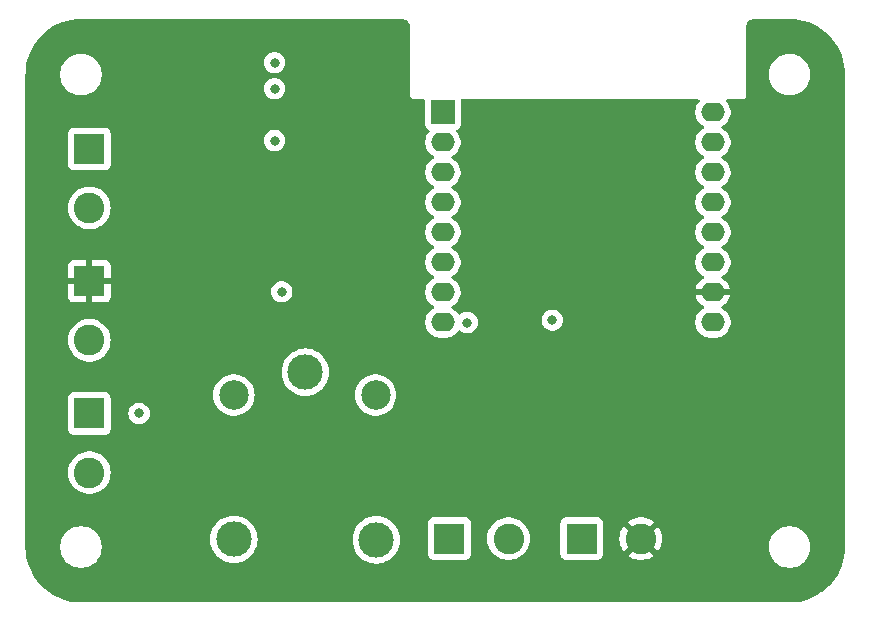
<source format=gbr>
%TF.GenerationSoftware,KiCad,Pcbnew,8.0.4-8.0.4-0~ubuntu22.04.1*%
%TF.CreationDate,2024-08-18T10:29:15-05:00*%
%TF.ProjectId,Doorbell with External ESP8266,446f6f72-6265-46c6-9c20-776974682045,v1.1*%
%TF.SameCoordinates,Original*%
%TF.FileFunction,Copper,L2,Inr*%
%TF.FilePolarity,Positive*%
%FSLAX46Y46*%
G04 Gerber Fmt 4.6, Leading zero omitted, Abs format (unit mm)*
G04 Created by KiCad (PCBNEW 8.0.4-8.0.4-0~ubuntu22.04.1) date 2024-08-18 10:29:15*
%MOMM*%
%LPD*%
G01*
G04 APERTURE LIST*
%TA.AperFunction,ComponentPad*%
%ADD10R,2.600000X2.600000*%
%TD*%
%TA.AperFunction,ComponentPad*%
%ADD11C,2.600000*%
%TD*%
%TA.AperFunction,ComponentPad*%
%ADD12R,2.000000X2.000000*%
%TD*%
%TA.AperFunction,ComponentPad*%
%ADD13O,2.000000X1.600000*%
%TD*%
%TA.AperFunction,ComponentPad*%
%ADD14C,3.000000*%
%TD*%
%TA.AperFunction,ComponentPad*%
%ADD15C,2.500000*%
%TD*%
%TA.AperFunction,ViaPad*%
%ADD16C,0.800000*%
%TD*%
G04 APERTURE END LIST*
D10*
%TO.N,GND*%
%TO.C,J102*%
X25705000Y-42500000D03*
D11*
%TO.N,Net-(J102-Pin_2)*%
X25705000Y-47500000D03*
%TD*%
D10*
%TO.N,Net-(J105-Pin_1)*%
%TO.C,J105*%
X67400000Y-64300000D03*
D11*
%TO.N,GND*%
X72400000Y-64300000D03*
%TD*%
D10*
%TO.N,Net-(J104-Pin_1)*%
%TO.C,J104*%
X56200000Y-64300000D03*
D11*
%TO.N,/AC_B*%
X61200000Y-64300000D03*
%TD*%
D12*
%TO.N,unconnected-(U101-~{RST}-Pad1)*%
%TO.C,U101*%
X55640000Y-28200000D03*
D13*
%TO.N,unconnected-(U101-A0-Pad2)*%
X55640000Y-30740000D03*
%TO.N,unconnected-(U101-D0-Pad3)*%
X55640000Y-33280000D03*
%TO.N,/HA_STATUS*%
X55640000Y-35820000D03*
%TO.N,/CHIME*%
X55640000Y-38360000D03*
%TO.N,unconnected-(U101-MOSI{slash}D7-Pad6)*%
X55640000Y-40900000D03*
%TO.N,unconnected-(U101-CS{slash}D8-Pad7)*%
X55640000Y-43440000D03*
%TO.N,+3V3*%
X55640000Y-45980000D03*
%TO.N,VCC*%
X78500000Y-45980000D03*
%TO.N,GND*%
X78500000Y-43440000D03*
%TO.N,unconnected-(U101-D4-Pad11)*%
X78500000Y-40900000D03*
%TO.N,unconnected-(U101-D3-Pad12)*%
X78500000Y-38360000D03*
%TO.N,/DB_BUTTON*%
X78500000Y-35820000D03*
%TO.N,unconnected-(U101-SCL{slash}D1-Pad14)*%
X78500000Y-33280000D03*
%TO.N,unconnected-(U101-RX-Pad15)*%
X78500000Y-30740000D03*
%TO.N,/ESP_TX*%
X78500000Y-28200000D03*
%TD*%
D10*
%TO.N,/AC_A*%
%TO.C,J103*%
X25705000Y-53700000D03*
D11*
%TO.N,/AC_B*%
X25705000Y-58700000D03*
%TD*%
D10*
%TO.N,/AC_A*%
%TO.C,J101*%
X25705000Y-31300000D03*
D11*
%TO.N,/AC_B*%
X25705000Y-36300000D03*
%TD*%
D14*
%TO.N,/AC_A*%
%TO.C,K101*%
X44000000Y-50200000D03*
D15*
%TO.N,VCC*%
X37950000Y-52150000D03*
D14*
%TO.N,Net-(J104-Pin_1)*%
X37950000Y-64350000D03*
%TO.N,unconnected-(K101-Pad4)*%
X50000000Y-64400000D03*
D15*
%TO.N,/RELAY_LED*%
X49950000Y-52150000D03*
%TD*%
D16*
%TO.N,VCC*%
X42000000Y-43400000D03*
X64900000Y-45800000D03*
%TO.N,GND*%
X41400000Y-28400000D03*
X47737500Y-22300000D03*
X76700000Y-43500000D03*
X53000000Y-49750000D03*
X74300000Y-52800000D03*
X50825000Y-43425000D03*
%TO.N,+3V3*%
X41400000Y-30600000D03*
X57700000Y-46000000D03*
X41400000Y-24000000D03*
X41400000Y-26200000D03*
%TO.N,/AC_A*%
X29925000Y-53700000D03*
%TD*%
%TA.AperFunction,Conductor*%
%TO.N,GND*%
G36*
X81965995Y-20300500D02*
G01*
X81967545Y-20300500D01*
X84952405Y-20300500D01*
X84997294Y-20300500D01*
X85002702Y-20300617D01*
X85404202Y-20318147D01*
X85414937Y-20319087D01*
X85810693Y-20371189D01*
X85821331Y-20373064D01*
X86211043Y-20459462D01*
X86221483Y-20462260D01*
X86602168Y-20582289D01*
X86612315Y-20585982D01*
X86981102Y-20738739D01*
X86990893Y-20743305D01*
X87344942Y-20927611D01*
X87354309Y-20933018D01*
X87549817Y-21057571D01*
X87690959Y-21147488D01*
X87699820Y-21153693D01*
X88016487Y-21396680D01*
X88024774Y-21403634D01*
X88319056Y-21673294D01*
X88326705Y-21680943D01*
X88596365Y-21975225D01*
X88603319Y-21983512D01*
X88846306Y-22300179D01*
X88852511Y-22309040D01*
X89066980Y-22645689D01*
X89072388Y-22655057D01*
X89256691Y-23009099D01*
X89261263Y-23018903D01*
X89414013Y-23387674D01*
X89417713Y-23397840D01*
X89537738Y-23778512D01*
X89540538Y-23788960D01*
X89626933Y-24178660D01*
X89628811Y-24189314D01*
X89680910Y-24585042D01*
X89681853Y-24595818D01*
X89699382Y-24997297D01*
X89699500Y-25002706D01*
X89699500Y-64997293D01*
X89699382Y-65002702D01*
X89681853Y-65404181D01*
X89680910Y-65414957D01*
X89628811Y-65810685D01*
X89626933Y-65821339D01*
X89540538Y-66211039D01*
X89537738Y-66221487D01*
X89417713Y-66602159D01*
X89414013Y-66612325D01*
X89261263Y-66981096D01*
X89256691Y-66990900D01*
X89072388Y-67344942D01*
X89066980Y-67354310D01*
X88852511Y-67690959D01*
X88846306Y-67699820D01*
X88603319Y-68016487D01*
X88596365Y-68024774D01*
X88326705Y-68319056D01*
X88319056Y-68326705D01*
X88024774Y-68596365D01*
X88016487Y-68603319D01*
X87699820Y-68846306D01*
X87690959Y-68852511D01*
X87354310Y-69066980D01*
X87344942Y-69072388D01*
X86990900Y-69256691D01*
X86981096Y-69261263D01*
X86612325Y-69414013D01*
X86602159Y-69417713D01*
X86221487Y-69537738D01*
X86211039Y-69540538D01*
X85821339Y-69626933D01*
X85810685Y-69628811D01*
X85414957Y-69680910D01*
X85404181Y-69681853D01*
X85002703Y-69699382D01*
X84997294Y-69699500D01*
X25002706Y-69699500D01*
X24997297Y-69699382D01*
X24595818Y-69681853D01*
X24585042Y-69680910D01*
X24189314Y-69628811D01*
X24178660Y-69626933D01*
X23788960Y-69540538D01*
X23778512Y-69537738D01*
X23397840Y-69417713D01*
X23387674Y-69414013D01*
X23018903Y-69261263D01*
X23009099Y-69256691D01*
X22655057Y-69072388D01*
X22645689Y-69066980D01*
X22309040Y-68852511D01*
X22300179Y-68846306D01*
X21983512Y-68603319D01*
X21975225Y-68596365D01*
X21680943Y-68326705D01*
X21673294Y-68319056D01*
X21403634Y-68024774D01*
X21396680Y-68016487D01*
X21153693Y-67699820D01*
X21147488Y-67690959D01*
X20933019Y-67354310D01*
X20927611Y-67344942D01*
X20743308Y-66990900D01*
X20738736Y-66981096D01*
X20585982Y-66612315D01*
X20582286Y-66602159D01*
X20574335Y-66576942D01*
X20462260Y-66221483D01*
X20459461Y-66211039D01*
X20451331Y-66174367D01*
X20373064Y-65821331D01*
X20371188Y-65810685D01*
X20366841Y-65777664D01*
X20319087Y-65414937D01*
X20318147Y-65404202D01*
X20300618Y-65002702D01*
X20300500Y-64997293D01*
X20300500Y-64885010D01*
X23245500Y-64885010D01*
X23245500Y-65114989D01*
X23245501Y-65115005D01*
X23275518Y-65343009D01*
X23275519Y-65343014D01*
X23275520Y-65343020D01*
X23299983Y-65434317D01*
X23335046Y-65565175D01*
X23335049Y-65565185D01*
X23423057Y-65777654D01*
X23423061Y-65777664D01*
X23538055Y-65976839D01*
X23678064Y-66159303D01*
X23678070Y-66159310D01*
X23840689Y-66321929D01*
X23840696Y-66321935D01*
X24023160Y-66461944D01*
X24222335Y-66576938D01*
X24222336Y-66576938D01*
X24222339Y-66576940D01*
X24434824Y-66664954D01*
X24656980Y-66724480D01*
X24885004Y-66754500D01*
X24885011Y-66754500D01*
X25114989Y-66754500D01*
X25114996Y-66754500D01*
X25343020Y-66724480D01*
X25565176Y-66664954D01*
X25777661Y-66576940D01*
X25976840Y-66461944D01*
X26159305Y-66321934D01*
X26321934Y-66159305D01*
X26461944Y-65976840D01*
X26576940Y-65777661D01*
X26664954Y-65565176D01*
X26724480Y-65343020D01*
X26754500Y-65114996D01*
X26754500Y-64885004D01*
X26724480Y-64656980D01*
X26664954Y-64434824D01*
X26629818Y-64349998D01*
X35944390Y-64349998D01*
X35944390Y-64350001D01*
X35964804Y-64635433D01*
X36025628Y-64915037D01*
X36025630Y-64915043D01*
X36025631Y-64915046D01*
X36088423Y-65083398D01*
X36125635Y-65183166D01*
X36262770Y-65434309D01*
X36262775Y-65434317D01*
X36434254Y-65663387D01*
X36434270Y-65663405D01*
X36636594Y-65865729D01*
X36636612Y-65865745D01*
X36865682Y-66037224D01*
X36865690Y-66037229D01*
X37116833Y-66174364D01*
X37116832Y-66174364D01*
X37116836Y-66174365D01*
X37116839Y-66174367D01*
X37384954Y-66274369D01*
X37384960Y-66274370D01*
X37384962Y-66274371D01*
X37664566Y-66335195D01*
X37664568Y-66335195D01*
X37664572Y-66335196D01*
X37918220Y-66353337D01*
X37949999Y-66355610D01*
X37950000Y-66355610D01*
X37950001Y-66355610D01*
X37978595Y-66353564D01*
X38235428Y-66335196D01*
X38515046Y-66274369D01*
X38783161Y-66174367D01*
X39034315Y-66037226D01*
X39263395Y-65865739D01*
X39465739Y-65663395D01*
X39637226Y-65434315D01*
X39774367Y-65183161D01*
X39874369Y-64915046D01*
X39924319Y-64685428D01*
X39935195Y-64635433D01*
X39935195Y-64635432D01*
X39935196Y-64635428D01*
X39952034Y-64399998D01*
X47994390Y-64399998D01*
X47994390Y-64400001D01*
X48014804Y-64685433D01*
X48075628Y-64965037D01*
X48075630Y-64965043D01*
X48075631Y-64965046D01*
X48119774Y-65083398D01*
X48175635Y-65233166D01*
X48312770Y-65484309D01*
X48312775Y-65484317D01*
X48484254Y-65713387D01*
X48484270Y-65713405D01*
X48686594Y-65915729D01*
X48686612Y-65915745D01*
X48915682Y-66087224D01*
X48915690Y-66087229D01*
X49166833Y-66224364D01*
X49166832Y-66224364D01*
X49166836Y-66224365D01*
X49166839Y-66224367D01*
X49434954Y-66324369D01*
X49434960Y-66324370D01*
X49434962Y-66324371D01*
X49714566Y-66385195D01*
X49714568Y-66385195D01*
X49714572Y-66385196D01*
X49968220Y-66403337D01*
X49999999Y-66405610D01*
X50000000Y-66405610D01*
X50000001Y-66405610D01*
X50028595Y-66403564D01*
X50285428Y-66385196D01*
X50565046Y-66324369D01*
X50833161Y-66224367D01*
X51084315Y-66087226D01*
X51313395Y-65915739D01*
X51515739Y-65713395D01*
X51687226Y-65484315D01*
X51824367Y-65233161D01*
X51924369Y-64965046D01*
X51985196Y-64685428D01*
X52005610Y-64400000D01*
X51985196Y-64114572D01*
X51924369Y-63834954D01*
X51824367Y-63566839D01*
X51808650Y-63538056D01*
X51687229Y-63315690D01*
X51687224Y-63315682D01*
X51515745Y-63086612D01*
X51515729Y-63086594D01*
X51381270Y-62952135D01*
X54399500Y-62952135D01*
X54399500Y-65647870D01*
X54399501Y-65647876D01*
X54405908Y-65707483D01*
X54456202Y-65842328D01*
X54456206Y-65842335D01*
X54542452Y-65957544D01*
X54542455Y-65957547D01*
X54657664Y-66043793D01*
X54657671Y-66043797D01*
X54792517Y-66094091D01*
X54792516Y-66094091D01*
X54799444Y-66094835D01*
X54852127Y-66100500D01*
X57547872Y-66100499D01*
X57607483Y-66094091D01*
X57742331Y-66043796D01*
X57857546Y-65957546D01*
X57943796Y-65842331D01*
X57994091Y-65707483D01*
X58000500Y-65647873D01*
X58000499Y-64299995D01*
X59394451Y-64299995D01*
X59394451Y-64300004D01*
X59414616Y-64569101D01*
X59474664Y-64832188D01*
X59474666Y-64832195D01*
X59520901Y-64950000D01*
X59573257Y-65083398D01*
X59708185Y-65317102D01*
X59786222Y-65414957D01*
X59876442Y-65528089D01*
X60022279Y-65663405D01*
X60074259Y-65711635D01*
X60297226Y-65863651D01*
X60540359Y-65980738D01*
X60798228Y-66060280D01*
X60798229Y-66060280D01*
X60798232Y-66060281D01*
X61065063Y-66100499D01*
X61065068Y-66100499D01*
X61065071Y-66100500D01*
X61065072Y-66100500D01*
X61334928Y-66100500D01*
X61334929Y-66100500D01*
X61334936Y-66100499D01*
X61601767Y-66060281D01*
X61601768Y-66060280D01*
X61601772Y-66060280D01*
X61859641Y-65980738D01*
X62102775Y-65863651D01*
X62325741Y-65711635D01*
X62523561Y-65528085D01*
X62691815Y-65317102D01*
X62826743Y-65083398D01*
X62925334Y-64832195D01*
X62985383Y-64569103D01*
X63005549Y-64300000D01*
X62985383Y-64030897D01*
X62925334Y-63767805D01*
X62826743Y-63516602D01*
X62691815Y-63282898D01*
X62523561Y-63071915D01*
X62523560Y-63071914D01*
X62523557Y-63071910D01*
X62394469Y-62952135D01*
X65599500Y-62952135D01*
X65599500Y-65647870D01*
X65599501Y-65647876D01*
X65605908Y-65707483D01*
X65656202Y-65842328D01*
X65656206Y-65842335D01*
X65742452Y-65957544D01*
X65742455Y-65957547D01*
X65857664Y-66043793D01*
X65857671Y-66043797D01*
X65992517Y-66094091D01*
X65992516Y-66094091D01*
X65999444Y-66094835D01*
X66052127Y-66100500D01*
X68747872Y-66100499D01*
X68807483Y-66094091D01*
X68942331Y-66043796D01*
X69057546Y-65957546D01*
X69143796Y-65842331D01*
X69194091Y-65707483D01*
X69200500Y-65647873D01*
X69200499Y-64299995D01*
X70594953Y-64299995D01*
X70594953Y-64300004D01*
X70615113Y-64569026D01*
X70615113Y-64569028D01*
X70675142Y-64832033D01*
X70675148Y-64832052D01*
X70773709Y-65083181D01*
X70773708Y-65083181D01*
X70908602Y-65316822D01*
X70962294Y-65384151D01*
X70962295Y-65384151D01*
X71798958Y-64547488D01*
X71823978Y-64607890D01*
X71895112Y-64714351D01*
X71985649Y-64804888D01*
X72092110Y-64876022D01*
X72152510Y-64901041D01*
X71314848Y-65738702D01*
X71497483Y-65863220D01*
X71497485Y-65863221D01*
X71740539Y-65980269D01*
X71740537Y-65980269D01*
X71998337Y-66059790D01*
X71998343Y-66059792D01*
X72265101Y-66099999D01*
X72265110Y-66100000D01*
X72534890Y-66100000D01*
X72534898Y-66099999D01*
X72801656Y-66059792D01*
X72801662Y-66059790D01*
X73059461Y-65980269D01*
X73302521Y-65863218D01*
X73485150Y-65738702D01*
X72647488Y-64901041D01*
X72707890Y-64876022D01*
X72814351Y-64804888D01*
X72904888Y-64714351D01*
X72976022Y-64607890D01*
X73001041Y-64547488D01*
X73837703Y-65384151D01*
X73837704Y-65384150D01*
X73891393Y-65316828D01*
X73891400Y-65316817D01*
X74026290Y-65083181D01*
X74104066Y-64885010D01*
X83245500Y-64885010D01*
X83245500Y-65114989D01*
X83245501Y-65115005D01*
X83275518Y-65343009D01*
X83275519Y-65343014D01*
X83275520Y-65343020D01*
X83299983Y-65434317D01*
X83335046Y-65565175D01*
X83335049Y-65565185D01*
X83423057Y-65777654D01*
X83423061Y-65777664D01*
X83538055Y-65976839D01*
X83678064Y-66159303D01*
X83678070Y-66159310D01*
X83840689Y-66321929D01*
X83840696Y-66321935D01*
X84023160Y-66461944D01*
X84222335Y-66576938D01*
X84222336Y-66576938D01*
X84222339Y-66576940D01*
X84434824Y-66664954D01*
X84656980Y-66724480D01*
X84885004Y-66754500D01*
X84885011Y-66754500D01*
X85114989Y-66754500D01*
X85114996Y-66754500D01*
X85343020Y-66724480D01*
X85565176Y-66664954D01*
X85777661Y-66576940D01*
X85976840Y-66461944D01*
X86159305Y-66321934D01*
X86321934Y-66159305D01*
X86461944Y-65976840D01*
X86576940Y-65777661D01*
X86664954Y-65565176D01*
X86724480Y-65343020D01*
X86754500Y-65114996D01*
X86754500Y-64885004D01*
X86724480Y-64656980D01*
X86664954Y-64434824D01*
X86576940Y-64222339D01*
X86461944Y-64023160D01*
X86403080Y-63946447D01*
X86321935Y-63840696D01*
X86321929Y-63840689D01*
X86159310Y-63678070D01*
X86159303Y-63678064D01*
X85976839Y-63538055D01*
X85777664Y-63423061D01*
X85777654Y-63423057D01*
X85565185Y-63335049D01*
X85565178Y-63335047D01*
X85565176Y-63335046D01*
X85343020Y-63275520D01*
X85343014Y-63275519D01*
X85343009Y-63275518D01*
X85115005Y-63245501D01*
X85115002Y-63245500D01*
X85114996Y-63245500D01*
X84885004Y-63245500D01*
X84884998Y-63245500D01*
X84884994Y-63245501D01*
X84656990Y-63275518D01*
X84656983Y-63275519D01*
X84656980Y-63275520D01*
X84507092Y-63315682D01*
X84434824Y-63335046D01*
X84434814Y-63335049D01*
X84222345Y-63423057D01*
X84222335Y-63423061D01*
X84023160Y-63538055D01*
X83840696Y-63678064D01*
X83840689Y-63678070D01*
X83678070Y-63840689D01*
X83678064Y-63840696D01*
X83538055Y-64023160D01*
X83423061Y-64222335D01*
X83423057Y-64222345D01*
X83335049Y-64434814D01*
X83335046Y-64434824D01*
X83281294Y-64635433D01*
X83275521Y-64656977D01*
X83275518Y-64656990D01*
X83245501Y-64884994D01*
X83245500Y-64885010D01*
X74104066Y-64885010D01*
X74124851Y-64832052D01*
X74124857Y-64832033D01*
X74184886Y-64569028D01*
X74184886Y-64569026D01*
X74205047Y-64300004D01*
X74205047Y-64299995D01*
X74184886Y-64030973D01*
X74184886Y-64030971D01*
X74124857Y-63767966D01*
X74124851Y-63767947D01*
X74026290Y-63516818D01*
X74026291Y-63516818D01*
X73891397Y-63283177D01*
X73837704Y-63215847D01*
X73001041Y-64052510D01*
X72976022Y-63992110D01*
X72904888Y-63885649D01*
X72814351Y-63795112D01*
X72707890Y-63723978D01*
X72647488Y-63698958D01*
X73485150Y-62861296D01*
X73302517Y-62736779D01*
X73302516Y-62736778D01*
X73059460Y-62619730D01*
X73059462Y-62619730D01*
X72801662Y-62540209D01*
X72801656Y-62540207D01*
X72534898Y-62500000D01*
X72265101Y-62500000D01*
X71998343Y-62540207D01*
X71998337Y-62540209D01*
X71740538Y-62619730D01*
X71497485Y-62736778D01*
X71497476Y-62736783D01*
X71314848Y-62861296D01*
X72152511Y-63698958D01*
X72092110Y-63723978D01*
X71985649Y-63795112D01*
X71895112Y-63885649D01*
X71823978Y-63992110D01*
X71798958Y-64052511D01*
X70962295Y-63215848D01*
X70908600Y-63283180D01*
X70773709Y-63516818D01*
X70675148Y-63767947D01*
X70675142Y-63767966D01*
X70615113Y-64030971D01*
X70615113Y-64030973D01*
X70594953Y-64299995D01*
X69200499Y-64299995D01*
X69200499Y-62952128D01*
X69194091Y-62892517D01*
X69192542Y-62888365D01*
X69143797Y-62757671D01*
X69143793Y-62757664D01*
X69057547Y-62642455D01*
X69057544Y-62642452D01*
X68942335Y-62556206D01*
X68942328Y-62556202D01*
X68807482Y-62505908D01*
X68807483Y-62505908D01*
X68747883Y-62499501D01*
X68747881Y-62499500D01*
X68747873Y-62499500D01*
X68747864Y-62499500D01*
X66052129Y-62499500D01*
X66052123Y-62499501D01*
X65992516Y-62505908D01*
X65857671Y-62556202D01*
X65857664Y-62556206D01*
X65742455Y-62642452D01*
X65742452Y-62642455D01*
X65656206Y-62757664D01*
X65656202Y-62757671D01*
X65605908Y-62892517D01*
X65599501Y-62952116D01*
X65599501Y-62952123D01*
X65599500Y-62952135D01*
X62394469Y-62952135D01*
X62325741Y-62888365D01*
X62246375Y-62834254D01*
X62102775Y-62736349D01*
X62102769Y-62736346D01*
X62102768Y-62736345D01*
X62102767Y-62736344D01*
X61859643Y-62619263D01*
X61859645Y-62619263D01*
X61601773Y-62539720D01*
X61601767Y-62539718D01*
X61334936Y-62499500D01*
X61334929Y-62499500D01*
X61065071Y-62499500D01*
X61065063Y-62499500D01*
X60798232Y-62539718D01*
X60798226Y-62539720D01*
X60540358Y-62619262D01*
X60297230Y-62736346D01*
X60074258Y-62888365D01*
X59876442Y-63071910D01*
X59708185Y-63282898D01*
X59573258Y-63516599D01*
X59573256Y-63516603D01*
X59474666Y-63767804D01*
X59474664Y-63767811D01*
X59414616Y-64030898D01*
X59394451Y-64299995D01*
X58000499Y-64299995D01*
X58000499Y-62952128D01*
X57994091Y-62892517D01*
X57992542Y-62888365D01*
X57943797Y-62757671D01*
X57943793Y-62757664D01*
X57857547Y-62642455D01*
X57857544Y-62642452D01*
X57742335Y-62556206D01*
X57742328Y-62556202D01*
X57607482Y-62505908D01*
X57607483Y-62505908D01*
X57547883Y-62499501D01*
X57547881Y-62499500D01*
X57547873Y-62499500D01*
X57547864Y-62499500D01*
X54852129Y-62499500D01*
X54852123Y-62499501D01*
X54792516Y-62505908D01*
X54657671Y-62556202D01*
X54657664Y-62556206D01*
X54542455Y-62642452D01*
X54542452Y-62642455D01*
X54456206Y-62757664D01*
X54456202Y-62757671D01*
X54405908Y-62892517D01*
X54399501Y-62952116D01*
X54399501Y-62952123D01*
X54399500Y-62952135D01*
X51381270Y-62952135D01*
X51313405Y-62884270D01*
X51313387Y-62884254D01*
X51084317Y-62712775D01*
X51084309Y-62712770D01*
X50833166Y-62575635D01*
X50833167Y-62575635D01*
X50725915Y-62535632D01*
X50565046Y-62475631D01*
X50565043Y-62475630D01*
X50565037Y-62475628D01*
X50285433Y-62414804D01*
X50000001Y-62394390D01*
X49999999Y-62394390D01*
X49714566Y-62414804D01*
X49434962Y-62475628D01*
X49166833Y-62575635D01*
X48915690Y-62712770D01*
X48915682Y-62712775D01*
X48686612Y-62884254D01*
X48686594Y-62884270D01*
X48484270Y-63086594D01*
X48484254Y-63086612D01*
X48312775Y-63315682D01*
X48312770Y-63315690D01*
X48175635Y-63566833D01*
X48075628Y-63834962D01*
X48014804Y-64114566D01*
X47994390Y-64399998D01*
X39952034Y-64399998D01*
X39955610Y-64350000D01*
X39935196Y-64064572D01*
X39927870Y-64030897D01*
X39874371Y-63784962D01*
X39874370Y-63784960D01*
X39874369Y-63784954D01*
X39774367Y-63516839D01*
X39646777Y-63283177D01*
X39637229Y-63265690D01*
X39637224Y-63265682D01*
X39465745Y-63036612D01*
X39465729Y-63036594D01*
X39263405Y-62834270D01*
X39263387Y-62834254D01*
X39034317Y-62662775D01*
X39034309Y-62662770D01*
X38783166Y-62525635D01*
X38783167Y-62525635D01*
X38649093Y-62475628D01*
X38515046Y-62425631D01*
X38515043Y-62425630D01*
X38515037Y-62425628D01*
X38235433Y-62364804D01*
X37950001Y-62344390D01*
X37949999Y-62344390D01*
X37664566Y-62364804D01*
X37384962Y-62425628D01*
X37116833Y-62525635D01*
X36865690Y-62662770D01*
X36865682Y-62662775D01*
X36636612Y-62834254D01*
X36636594Y-62834270D01*
X36434270Y-63036594D01*
X36434254Y-63036612D01*
X36262775Y-63265682D01*
X36262770Y-63265690D01*
X36125635Y-63516833D01*
X36025628Y-63784962D01*
X35964804Y-64064566D01*
X35944390Y-64349998D01*
X26629818Y-64349998D01*
X26576940Y-64222339D01*
X26461944Y-64023160D01*
X26403080Y-63946447D01*
X26321935Y-63840696D01*
X26321929Y-63840689D01*
X26159310Y-63678070D01*
X26159303Y-63678064D01*
X25976839Y-63538055D01*
X25777664Y-63423061D01*
X25777654Y-63423057D01*
X25565185Y-63335049D01*
X25565178Y-63335047D01*
X25565176Y-63335046D01*
X25343020Y-63275520D01*
X25343014Y-63275519D01*
X25343009Y-63275518D01*
X25115005Y-63245501D01*
X25115002Y-63245500D01*
X25114996Y-63245500D01*
X24885004Y-63245500D01*
X24884998Y-63245500D01*
X24884994Y-63245501D01*
X24656990Y-63275518D01*
X24656983Y-63275519D01*
X24656980Y-63275520D01*
X24507092Y-63315682D01*
X24434824Y-63335046D01*
X24434814Y-63335049D01*
X24222345Y-63423057D01*
X24222335Y-63423061D01*
X24023160Y-63538055D01*
X23840696Y-63678064D01*
X23840689Y-63678070D01*
X23678070Y-63840689D01*
X23678064Y-63840696D01*
X23538055Y-64023160D01*
X23423061Y-64222335D01*
X23423057Y-64222345D01*
X23335049Y-64434814D01*
X23335046Y-64434824D01*
X23281294Y-64635433D01*
X23275521Y-64656977D01*
X23275518Y-64656990D01*
X23245501Y-64884994D01*
X23245500Y-64885010D01*
X20300500Y-64885010D01*
X20300500Y-58699995D01*
X23899451Y-58699995D01*
X23899451Y-58700004D01*
X23919616Y-58969101D01*
X23979664Y-59232188D01*
X23979666Y-59232195D01*
X24078257Y-59483398D01*
X24213185Y-59717102D01*
X24349080Y-59887509D01*
X24381442Y-59928089D01*
X24568183Y-60101358D01*
X24579259Y-60111635D01*
X24802226Y-60263651D01*
X25045359Y-60380738D01*
X25303228Y-60460280D01*
X25303229Y-60460280D01*
X25303232Y-60460281D01*
X25570063Y-60500499D01*
X25570068Y-60500499D01*
X25570071Y-60500500D01*
X25570072Y-60500500D01*
X25839928Y-60500500D01*
X25839929Y-60500500D01*
X25839936Y-60500499D01*
X26106767Y-60460281D01*
X26106768Y-60460280D01*
X26106772Y-60460280D01*
X26364641Y-60380738D01*
X26607775Y-60263651D01*
X26830741Y-60111635D01*
X27028561Y-59928085D01*
X27196815Y-59717102D01*
X27331743Y-59483398D01*
X27430334Y-59232195D01*
X27490383Y-58969103D01*
X27510549Y-58700000D01*
X27490383Y-58430897D01*
X27430334Y-58167805D01*
X27331743Y-57916602D01*
X27196815Y-57682898D01*
X27028561Y-57471915D01*
X27028560Y-57471914D01*
X27028557Y-57471910D01*
X26830741Y-57288365D01*
X26607775Y-57136349D01*
X26607769Y-57136346D01*
X26607768Y-57136345D01*
X26607767Y-57136344D01*
X26364643Y-57019263D01*
X26364645Y-57019263D01*
X26106773Y-56939720D01*
X26106767Y-56939718D01*
X25839936Y-56899500D01*
X25839929Y-56899500D01*
X25570071Y-56899500D01*
X25570063Y-56899500D01*
X25303232Y-56939718D01*
X25303226Y-56939720D01*
X25045358Y-57019262D01*
X24802230Y-57136346D01*
X24579258Y-57288365D01*
X24381442Y-57471910D01*
X24213185Y-57682898D01*
X24078258Y-57916599D01*
X24078256Y-57916603D01*
X23979666Y-58167804D01*
X23979664Y-58167811D01*
X23919616Y-58430898D01*
X23899451Y-58699995D01*
X20300500Y-58699995D01*
X20300500Y-52352135D01*
X23904500Y-52352135D01*
X23904500Y-55047870D01*
X23904501Y-55047876D01*
X23910908Y-55107483D01*
X23961202Y-55242328D01*
X23961206Y-55242335D01*
X24047452Y-55357544D01*
X24047455Y-55357547D01*
X24162664Y-55443793D01*
X24162671Y-55443797D01*
X24297517Y-55494091D01*
X24297516Y-55494091D01*
X24304444Y-55494835D01*
X24357127Y-55500500D01*
X27052872Y-55500499D01*
X27112483Y-55494091D01*
X27247331Y-55443796D01*
X27362546Y-55357546D01*
X27448796Y-55242331D01*
X27499091Y-55107483D01*
X27505500Y-55047873D01*
X27505499Y-53700000D01*
X29019540Y-53700000D01*
X29039326Y-53888256D01*
X29039327Y-53888259D01*
X29097818Y-54068277D01*
X29097821Y-54068284D01*
X29192467Y-54232216D01*
X29319129Y-54372888D01*
X29472265Y-54484148D01*
X29472270Y-54484151D01*
X29645192Y-54561142D01*
X29645197Y-54561144D01*
X29830354Y-54600500D01*
X29830355Y-54600500D01*
X30019644Y-54600500D01*
X30019646Y-54600500D01*
X30204803Y-54561144D01*
X30377730Y-54484151D01*
X30530871Y-54372888D01*
X30657533Y-54232216D01*
X30752179Y-54068284D01*
X30810674Y-53888256D01*
X30830460Y-53700000D01*
X30810674Y-53511744D01*
X30752179Y-53331716D01*
X30657533Y-53167784D01*
X30530871Y-53027112D01*
X30530870Y-53027111D01*
X30377734Y-52915851D01*
X30377729Y-52915848D01*
X30204807Y-52838857D01*
X30204802Y-52838855D01*
X30059001Y-52807865D01*
X30019646Y-52799500D01*
X29830354Y-52799500D01*
X29797897Y-52806398D01*
X29645197Y-52838855D01*
X29645192Y-52838857D01*
X29472270Y-52915848D01*
X29472265Y-52915851D01*
X29319129Y-53027111D01*
X29192466Y-53167785D01*
X29097821Y-53331715D01*
X29097818Y-53331722D01*
X29039327Y-53511740D01*
X29039326Y-53511744D01*
X29019540Y-53700000D01*
X27505499Y-53700000D01*
X27505499Y-52352128D01*
X27499091Y-52292517D01*
X27448796Y-52157669D01*
X27448795Y-52157668D01*
X27448793Y-52157664D01*
X27443052Y-52149995D01*
X36194592Y-52149995D01*
X36194592Y-52150004D01*
X36214196Y-52411620D01*
X36214197Y-52411625D01*
X36272576Y-52667402D01*
X36272578Y-52667411D01*
X36272580Y-52667416D01*
X36368432Y-52911643D01*
X36499614Y-53138857D01*
X36631736Y-53304533D01*
X36663198Y-53343985D01*
X36843997Y-53511740D01*
X36855521Y-53522433D01*
X37072296Y-53670228D01*
X37072301Y-53670230D01*
X37072302Y-53670231D01*
X37072303Y-53670232D01*
X37134118Y-53700000D01*
X37308673Y-53784061D01*
X37308674Y-53784061D01*
X37308677Y-53784063D01*
X37559385Y-53861396D01*
X37818818Y-53900500D01*
X38081182Y-53900500D01*
X38340615Y-53861396D01*
X38591323Y-53784063D01*
X38827704Y-53670228D01*
X39044479Y-53522433D01*
X39236805Y-53343981D01*
X39400386Y-53138857D01*
X39531568Y-52911643D01*
X39627420Y-52667416D01*
X39685802Y-52411630D01*
X39685803Y-52411620D01*
X39705408Y-52150004D01*
X39705408Y-52149995D01*
X39685803Y-51888379D01*
X39685802Y-51888374D01*
X39685802Y-51888370D01*
X39627420Y-51632584D01*
X39531568Y-51388357D01*
X39400386Y-51161143D01*
X39236805Y-50956019D01*
X39236804Y-50956018D01*
X39236801Y-50956014D01*
X39044479Y-50777567D01*
X39026101Y-50765037D01*
X38827704Y-50629772D01*
X38827700Y-50629770D01*
X38827697Y-50629768D01*
X38827696Y-50629767D01*
X38591325Y-50515938D01*
X38591327Y-50515938D01*
X38340623Y-50438606D01*
X38340619Y-50438605D01*
X38340615Y-50438604D01*
X38215823Y-50419794D01*
X38081187Y-50399500D01*
X38081182Y-50399500D01*
X37818818Y-50399500D01*
X37818812Y-50399500D01*
X37657247Y-50423853D01*
X37559385Y-50438604D01*
X37559382Y-50438605D01*
X37559376Y-50438606D01*
X37308673Y-50515938D01*
X37072303Y-50629767D01*
X37072302Y-50629768D01*
X36855520Y-50777567D01*
X36663198Y-50956014D01*
X36499614Y-51161143D01*
X36368432Y-51388356D01*
X36272582Y-51632578D01*
X36272576Y-51632597D01*
X36214197Y-51888374D01*
X36214196Y-51888379D01*
X36194592Y-52149995D01*
X27443052Y-52149995D01*
X27362547Y-52042455D01*
X27362544Y-52042452D01*
X27247335Y-51956206D01*
X27247328Y-51956202D01*
X27112482Y-51905908D01*
X27112483Y-51905908D01*
X27052883Y-51899501D01*
X27052881Y-51899500D01*
X27052873Y-51899500D01*
X27052864Y-51899500D01*
X24357129Y-51899500D01*
X24357123Y-51899501D01*
X24297516Y-51905908D01*
X24162671Y-51956202D01*
X24162664Y-51956206D01*
X24047455Y-52042452D01*
X24047452Y-52042455D01*
X23961206Y-52157664D01*
X23961202Y-52157671D01*
X23910908Y-52292517D01*
X23904501Y-52352116D01*
X23904501Y-52352123D01*
X23904500Y-52352135D01*
X20300500Y-52352135D01*
X20300500Y-50199998D01*
X41994390Y-50199998D01*
X41994390Y-50200001D01*
X42014804Y-50485433D01*
X42075628Y-50765037D01*
X42075630Y-50765043D01*
X42075631Y-50765046D01*
X42175633Y-51033161D01*
X42175635Y-51033166D01*
X42312770Y-51284309D01*
X42312775Y-51284317D01*
X42484254Y-51513387D01*
X42484270Y-51513405D01*
X42686594Y-51715729D01*
X42686612Y-51715745D01*
X42915682Y-51887224D01*
X42915690Y-51887229D01*
X43166833Y-52024364D01*
X43166832Y-52024364D01*
X43166836Y-52024365D01*
X43166839Y-52024367D01*
X43434954Y-52124369D01*
X43434960Y-52124370D01*
X43434962Y-52124371D01*
X43714566Y-52185195D01*
X43714568Y-52185195D01*
X43714572Y-52185196D01*
X43968220Y-52203337D01*
X43999999Y-52205610D01*
X44000000Y-52205610D01*
X44000001Y-52205610D01*
X44028595Y-52203564D01*
X44285428Y-52185196D01*
X44447204Y-52150004D01*
X44447245Y-52149995D01*
X48194592Y-52149995D01*
X48194592Y-52150004D01*
X48214196Y-52411620D01*
X48214197Y-52411625D01*
X48272576Y-52667402D01*
X48272578Y-52667411D01*
X48272580Y-52667416D01*
X48368432Y-52911643D01*
X48499614Y-53138857D01*
X48631736Y-53304533D01*
X48663198Y-53343985D01*
X48843997Y-53511740D01*
X48855521Y-53522433D01*
X49072296Y-53670228D01*
X49072301Y-53670230D01*
X49072302Y-53670231D01*
X49072303Y-53670232D01*
X49134118Y-53700000D01*
X49308673Y-53784061D01*
X49308674Y-53784061D01*
X49308677Y-53784063D01*
X49559385Y-53861396D01*
X49818818Y-53900500D01*
X50081182Y-53900500D01*
X50340615Y-53861396D01*
X50591323Y-53784063D01*
X50827704Y-53670228D01*
X51044479Y-53522433D01*
X51236805Y-53343981D01*
X51400386Y-53138857D01*
X51531568Y-52911643D01*
X51627420Y-52667416D01*
X51685802Y-52411630D01*
X51685803Y-52411620D01*
X51705408Y-52150004D01*
X51705408Y-52149995D01*
X51685803Y-51888379D01*
X51685802Y-51888374D01*
X51685802Y-51888370D01*
X51627420Y-51632584D01*
X51531568Y-51388357D01*
X51400386Y-51161143D01*
X51236805Y-50956019D01*
X51236804Y-50956018D01*
X51236801Y-50956014D01*
X51044479Y-50777567D01*
X51026101Y-50765037D01*
X50827704Y-50629772D01*
X50827700Y-50629770D01*
X50827697Y-50629768D01*
X50827696Y-50629767D01*
X50591325Y-50515938D01*
X50591327Y-50515938D01*
X50340623Y-50438606D01*
X50340619Y-50438605D01*
X50340615Y-50438604D01*
X50215823Y-50419794D01*
X50081187Y-50399500D01*
X50081182Y-50399500D01*
X49818818Y-50399500D01*
X49818812Y-50399500D01*
X49657247Y-50423853D01*
X49559385Y-50438604D01*
X49559382Y-50438605D01*
X49559376Y-50438606D01*
X49308673Y-50515938D01*
X49072303Y-50629767D01*
X49072302Y-50629768D01*
X48855520Y-50777567D01*
X48663198Y-50956014D01*
X48499614Y-51161143D01*
X48368432Y-51388356D01*
X48272582Y-51632578D01*
X48272576Y-51632597D01*
X48214197Y-51888374D01*
X48214196Y-51888379D01*
X48194592Y-52149995D01*
X44447245Y-52149995D01*
X44565037Y-52124371D01*
X44565037Y-52124370D01*
X44565046Y-52124369D01*
X44833161Y-52024367D01*
X45084315Y-51887226D01*
X45313395Y-51715739D01*
X45515739Y-51513395D01*
X45687226Y-51284315D01*
X45824367Y-51033161D01*
X45924369Y-50765046D01*
X45985196Y-50485428D01*
X46005610Y-50200000D01*
X45985196Y-49914572D01*
X45924369Y-49634954D01*
X45824367Y-49366839D01*
X45788142Y-49300499D01*
X45687229Y-49115690D01*
X45687224Y-49115682D01*
X45515745Y-48886612D01*
X45515729Y-48886594D01*
X45313405Y-48684270D01*
X45313387Y-48684254D01*
X45084317Y-48512775D01*
X45084309Y-48512770D01*
X44833166Y-48375635D01*
X44833167Y-48375635D01*
X44585875Y-48283400D01*
X44565046Y-48275631D01*
X44565043Y-48275630D01*
X44565037Y-48275628D01*
X44285433Y-48214804D01*
X44000001Y-48194390D01*
X43999999Y-48194390D01*
X43714566Y-48214804D01*
X43434962Y-48275628D01*
X43166833Y-48375635D01*
X42915690Y-48512770D01*
X42915682Y-48512775D01*
X42686612Y-48684254D01*
X42686594Y-48684270D01*
X42484270Y-48886594D01*
X42484254Y-48886612D01*
X42312775Y-49115682D01*
X42312770Y-49115690D01*
X42175635Y-49366833D01*
X42075628Y-49634962D01*
X42014804Y-49914566D01*
X41994390Y-50199998D01*
X20300500Y-50199998D01*
X20300500Y-47499995D01*
X23899451Y-47499995D01*
X23899451Y-47500004D01*
X23919616Y-47769101D01*
X23979664Y-48032188D01*
X23979666Y-48032195D01*
X24075208Y-48275631D01*
X24078257Y-48283398D01*
X24213185Y-48517102D01*
X24346485Y-48684254D01*
X24381442Y-48728089D01*
X24568183Y-48901358D01*
X24579259Y-48911635D01*
X24802226Y-49063651D01*
X25045359Y-49180738D01*
X25303228Y-49260280D01*
X25303229Y-49260280D01*
X25303232Y-49260281D01*
X25570063Y-49300499D01*
X25570068Y-49300499D01*
X25570071Y-49300500D01*
X25570072Y-49300500D01*
X25839928Y-49300500D01*
X25839929Y-49300500D01*
X25839936Y-49300499D01*
X26106767Y-49260281D01*
X26106768Y-49260280D01*
X26106772Y-49260280D01*
X26364641Y-49180738D01*
X26607775Y-49063651D01*
X26830741Y-48911635D01*
X27028561Y-48728085D01*
X27196815Y-48517102D01*
X27331743Y-48283398D01*
X27430334Y-48032195D01*
X27490383Y-47769103D01*
X27510549Y-47500000D01*
X27490383Y-47230897D01*
X27430334Y-46967805D01*
X27331743Y-46716602D01*
X27196815Y-46482898D01*
X27028561Y-46271915D01*
X27028560Y-46271914D01*
X27028557Y-46271910D01*
X26830741Y-46088365D01*
X26821920Y-46082351D01*
X26607775Y-45936349D01*
X26607769Y-45936346D01*
X26607768Y-45936345D01*
X26607767Y-45936344D01*
X26364643Y-45819263D01*
X26364645Y-45819263D01*
X26106773Y-45739720D01*
X26106767Y-45739718D01*
X25839936Y-45699500D01*
X25839929Y-45699500D01*
X25570071Y-45699500D01*
X25570063Y-45699500D01*
X25303232Y-45739718D01*
X25303226Y-45739720D01*
X25045358Y-45819262D01*
X24802230Y-45936346D01*
X24579258Y-46088365D01*
X24381442Y-46271910D01*
X24213185Y-46482898D01*
X24078258Y-46716599D01*
X24078256Y-46716603D01*
X23979666Y-46967804D01*
X23979664Y-46967811D01*
X23919616Y-47230898D01*
X23899451Y-47499995D01*
X20300500Y-47499995D01*
X20300500Y-41152155D01*
X23905000Y-41152155D01*
X23905000Y-42250000D01*
X25104999Y-42250000D01*
X25079979Y-42310402D01*
X25055000Y-42435981D01*
X25055000Y-42564019D01*
X25079979Y-42689598D01*
X25104999Y-42750000D01*
X23905000Y-42750000D01*
X23905000Y-43847844D01*
X23911401Y-43907372D01*
X23911403Y-43907379D01*
X23961645Y-44042086D01*
X23961649Y-44042093D01*
X24047809Y-44157187D01*
X24047812Y-44157190D01*
X24162906Y-44243350D01*
X24162913Y-44243354D01*
X24297620Y-44293596D01*
X24297627Y-44293598D01*
X24357155Y-44299999D01*
X24357172Y-44300000D01*
X25455000Y-44300000D01*
X25455000Y-43100001D01*
X25515402Y-43125021D01*
X25640981Y-43150000D01*
X25769019Y-43150000D01*
X25894598Y-43125021D01*
X25955000Y-43100001D01*
X25955000Y-44300000D01*
X27052828Y-44300000D01*
X27052844Y-44299999D01*
X27112372Y-44293598D01*
X27112379Y-44293596D01*
X27247086Y-44243354D01*
X27247093Y-44243350D01*
X27362187Y-44157190D01*
X27362190Y-44157187D01*
X27448350Y-44042093D01*
X27448354Y-44042086D01*
X27498596Y-43907379D01*
X27498598Y-43907372D01*
X27504999Y-43847844D01*
X27505000Y-43847827D01*
X27505000Y-43400000D01*
X41094540Y-43400000D01*
X41114326Y-43588256D01*
X41114327Y-43588259D01*
X41172818Y-43768277D01*
X41172821Y-43768284D01*
X41267467Y-43932216D01*
X41366395Y-44042086D01*
X41394129Y-44072888D01*
X41547265Y-44184148D01*
X41547270Y-44184151D01*
X41720192Y-44261142D01*
X41720197Y-44261144D01*
X41905354Y-44300500D01*
X41905355Y-44300500D01*
X42094644Y-44300500D01*
X42094646Y-44300500D01*
X42279803Y-44261144D01*
X42452730Y-44184151D01*
X42605871Y-44072888D01*
X42732533Y-43932216D01*
X42827179Y-43768284D01*
X42885674Y-43588256D01*
X42905460Y-43400000D01*
X42885674Y-43211744D01*
X42831112Y-43043823D01*
X42827181Y-43031722D01*
X42827180Y-43031721D01*
X42827179Y-43031716D01*
X42732533Y-42867784D01*
X42605871Y-42727112D01*
X42605870Y-42727111D01*
X42452734Y-42615851D01*
X42452729Y-42615848D01*
X42279807Y-42538857D01*
X42279802Y-42538855D01*
X42134001Y-42507865D01*
X42094646Y-42499500D01*
X41905354Y-42499500D01*
X41872897Y-42506398D01*
X41720197Y-42538855D01*
X41720192Y-42538857D01*
X41547270Y-42615848D01*
X41547265Y-42615851D01*
X41394129Y-42727111D01*
X41267466Y-42867785D01*
X41172821Y-43031715D01*
X41172818Y-43031722D01*
X41121391Y-43190000D01*
X41114326Y-43211744D01*
X41094540Y-43400000D01*
X27505000Y-43400000D01*
X27505000Y-42750000D01*
X26305001Y-42750000D01*
X26330021Y-42689598D01*
X26355000Y-42564019D01*
X26355000Y-42435981D01*
X26330021Y-42310402D01*
X26305001Y-42250000D01*
X27505000Y-42250000D01*
X27505000Y-41152172D01*
X27504999Y-41152155D01*
X27498598Y-41092627D01*
X27498596Y-41092620D01*
X27448354Y-40957913D01*
X27448350Y-40957906D01*
X27362190Y-40842812D01*
X27362187Y-40842809D01*
X27247093Y-40756649D01*
X27247086Y-40756645D01*
X27112379Y-40706403D01*
X27112372Y-40706401D01*
X27052844Y-40700000D01*
X25955000Y-40700000D01*
X25955000Y-41899998D01*
X25894598Y-41874979D01*
X25769019Y-41850000D01*
X25640981Y-41850000D01*
X25515402Y-41874979D01*
X25455000Y-41899998D01*
X25455000Y-40700000D01*
X24357155Y-40700000D01*
X24297627Y-40706401D01*
X24297620Y-40706403D01*
X24162913Y-40756645D01*
X24162906Y-40756649D01*
X24047812Y-40842809D01*
X24047809Y-40842812D01*
X23961649Y-40957906D01*
X23961645Y-40957913D01*
X23911403Y-41092620D01*
X23911401Y-41092627D01*
X23905000Y-41152155D01*
X20300500Y-41152155D01*
X20300500Y-36299995D01*
X23899451Y-36299995D01*
X23899451Y-36300004D01*
X23919616Y-36569101D01*
X23979664Y-36832188D01*
X23979666Y-36832195D01*
X24055423Y-37025220D01*
X24078257Y-37083398D01*
X24213185Y-37317102D01*
X24349080Y-37487509D01*
X24381442Y-37528089D01*
X24543425Y-37678386D01*
X24579259Y-37711635D01*
X24802226Y-37863651D01*
X25045359Y-37980738D01*
X25303228Y-38060280D01*
X25303229Y-38060280D01*
X25303232Y-38060281D01*
X25570063Y-38100499D01*
X25570068Y-38100499D01*
X25570071Y-38100500D01*
X25570072Y-38100500D01*
X25839928Y-38100500D01*
X25839929Y-38100500D01*
X25839936Y-38100499D01*
X26106767Y-38060281D01*
X26106768Y-38060280D01*
X26106772Y-38060280D01*
X26364641Y-37980738D01*
X26607775Y-37863651D01*
X26830741Y-37711635D01*
X27028561Y-37528085D01*
X27196815Y-37317102D01*
X27331743Y-37083398D01*
X27430334Y-36832195D01*
X27490383Y-36569103D01*
X27497105Y-36479402D01*
X27510549Y-36300004D01*
X27510549Y-36299995D01*
X27490383Y-36030898D01*
X27430335Y-35767811D01*
X27430334Y-35767805D01*
X27331743Y-35516602D01*
X27196815Y-35282898D01*
X27028561Y-35071915D01*
X27028560Y-35071914D01*
X27028557Y-35071910D01*
X26830741Y-34888365D01*
X26607775Y-34736349D01*
X26607769Y-34736346D01*
X26607768Y-34736345D01*
X26607767Y-34736344D01*
X26364643Y-34619263D01*
X26364645Y-34619263D01*
X26106773Y-34539720D01*
X26106767Y-34539718D01*
X25839936Y-34499500D01*
X25839929Y-34499500D01*
X25570071Y-34499500D01*
X25570063Y-34499500D01*
X25303232Y-34539718D01*
X25303226Y-34539720D01*
X25045358Y-34619262D01*
X24802230Y-34736346D01*
X24579258Y-34888365D01*
X24381442Y-35071910D01*
X24213185Y-35282898D01*
X24078258Y-35516599D01*
X24078256Y-35516603D01*
X23979666Y-35767804D01*
X23979664Y-35767811D01*
X23919616Y-36030898D01*
X23899451Y-36299995D01*
X20300500Y-36299995D01*
X20300500Y-29952135D01*
X23904500Y-29952135D01*
X23904500Y-32647870D01*
X23904501Y-32647876D01*
X23910908Y-32707483D01*
X23961202Y-32842328D01*
X23961206Y-32842335D01*
X24047452Y-32957544D01*
X24047455Y-32957547D01*
X24162664Y-33043793D01*
X24162671Y-33043797D01*
X24297517Y-33094091D01*
X24297516Y-33094091D01*
X24304444Y-33094835D01*
X24357127Y-33100500D01*
X27052872Y-33100499D01*
X27112483Y-33094091D01*
X27247331Y-33043796D01*
X27362546Y-32957546D01*
X27448796Y-32842331D01*
X27499091Y-32707483D01*
X27505500Y-32647873D01*
X27505499Y-30600000D01*
X40494540Y-30600000D01*
X40514326Y-30788256D01*
X40514327Y-30788259D01*
X40572818Y-30968277D01*
X40572821Y-30968284D01*
X40667467Y-31132216D01*
X40763813Y-31239219D01*
X40794129Y-31272888D01*
X40947265Y-31384148D01*
X40947270Y-31384151D01*
X41120192Y-31461142D01*
X41120197Y-31461144D01*
X41305354Y-31500500D01*
X41305355Y-31500500D01*
X41494644Y-31500500D01*
X41494646Y-31500500D01*
X41679803Y-31461144D01*
X41852730Y-31384151D01*
X42005871Y-31272888D01*
X42132533Y-31132216D01*
X42227179Y-30968284D01*
X42285674Y-30788256D01*
X42305460Y-30600000D01*
X42285674Y-30411744D01*
X42227179Y-30231716D01*
X42132533Y-30067784D01*
X42005871Y-29927112D01*
X42005870Y-29927111D01*
X41852734Y-29815851D01*
X41852729Y-29815848D01*
X41679807Y-29738857D01*
X41679802Y-29738855D01*
X41534001Y-29707865D01*
X41494646Y-29699500D01*
X41305354Y-29699500D01*
X41272897Y-29706398D01*
X41120197Y-29738855D01*
X41120192Y-29738857D01*
X40947270Y-29815848D01*
X40947265Y-29815851D01*
X40794129Y-29927111D01*
X40667466Y-30067785D01*
X40572821Y-30231715D01*
X40572818Y-30231722D01*
X40514327Y-30411740D01*
X40514326Y-30411744D01*
X40494540Y-30600000D01*
X27505499Y-30600000D01*
X27505499Y-29952128D01*
X27499091Y-29892517D01*
X27487541Y-29861551D01*
X27448797Y-29757671D01*
X27448793Y-29757664D01*
X27362547Y-29642455D01*
X27362544Y-29642452D01*
X27247335Y-29556206D01*
X27247328Y-29556202D01*
X27112482Y-29505908D01*
X27112483Y-29505908D01*
X27052883Y-29499501D01*
X27052881Y-29499500D01*
X27052873Y-29499500D01*
X27052864Y-29499500D01*
X24357129Y-29499500D01*
X24357123Y-29499501D01*
X24297516Y-29505908D01*
X24162671Y-29556202D01*
X24162664Y-29556206D01*
X24047455Y-29642452D01*
X24047452Y-29642455D01*
X23961206Y-29757664D01*
X23961202Y-29757671D01*
X23910908Y-29892517D01*
X23904501Y-29952116D01*
X23904501Y-29952123D01*
X23904500Y-29952135D01*
X20300500Y-29952135D01*
X20300500Y-25002706D01*
X20300618Y-24997297D01*
X20304844Y-24900500D01*
X20305520Y-24885010D01*
X23245500Y-24885010D01*
X23245500Y-25114989D01*
X23245501Y-25115005D01*
X23275518Y-25343009D01*
X23275519Y-25343014D01*
X23275520Y-25343020D01*
X23295035Y-25415851D01*
X23335046Y-25565175D01*
X23335049Y-25565185D01*
X23423057Y-25777654D01*
X23423061Y-25777664D01*
X23538055Y-25976839D01*
X23678064Y-26159303D01*
X23678070Y-26159310D01*
X23840689Y-26321929D01*
X23840696Y-26321935D01*
X24023160Y-26461944D01*
X24222335Y-26576938D01*
X24222336Y-26576938D01*
X24222339Y-26576940D01*
X24434824Y-26664954D01*
X24656980Y-26724480D01*
X24885004Y-26754500D01*
X24885011Y-26754500D01*
X25114989Y-26754500D01*
X25114996Y-26754500D01*
X25343020Y-26724480D01*
X25565176Y-26664954D01*
X25777661Y-26576940D01*
X25976840Y-26461944D01*
X26159305Y-26321934D01*
X26281239Y-26200000D01*
X40494540Y-26200000D01*
X40514326Y-26388256D01*
X40514327Y-26388259D01*
X40572818Y-26568277D01*
X40572821Y-26568284D01*
X40667467Y-26732216D01*
X40794129Y-26872888D01*
X40947265Y-26984148D01*
X40947270Y-26984151D01*
X41120192Y-27061142D01*
X41120197Y-27061144D01*
X41305354Y-27100500D01*
X41305355Y-27100500D01*
X41494644Y-27100500D01*
X41494646Y-27100500D01*
X41679803Y-27061144D01*
X41852730Y-26984151D01*
X42005871Y-26872888D01*
X42132533Y-26732216D01*
X42227179Y-26568284D01*
X42285674Y-26388256D01*
X42305460Y-26200000D01*
X42285674Y-26011744D01*
X42227179Y-25831716D01*
X42132533Y-25667784D01*
X42005871Y-25527112D01*
X42005870Y-25527111D01*
X41852734Y-25415851D01*
X41852729Y-25415848D01*
X41679807Y-25338857D01*
X41679802Y-25338855D01*
X41534001Y-25307865D01*
X41494646Y-25299500D01*
X41305354Y-25299500D01*
X41272897Y-25306398D01*
X41120197Y-25338855D01*
X41120192Y-25338857D01*
X40947270Y-25415848D01*
X40947265Y-25415851D01*
X40794129Y-25527111D01*
X40667466Y-25667785D01*
X40572821Y-25831715D01*
X40572818Y-25831722D01*
X40525667Y-25976839D01*
X40514326Y-26011744D01*
X40494540Y-26200000D01*
X26281239Y-26200000D01*
X26321934Y-26159305D01*
X26461944Y-25976840D01*
X26576940Y-25777661D01*
X26664954Y-25565176D01*
X26724480Y-25343020D01*
X26754500Y-25114996D01*
X26754500Y-24885004D01*
X26724480Y-24656980D01*
X26664954Y-24434824D01*
X26576940Y-24222339D01*
X26554770Y-24183940D01*
X26461944Y-24023160D01*
X26444173Y-24000000D01*
X40494540Y-24000000D01*
X40514326Y-24188256D01*
X40514327Y-24188259D01*
X40572818Y-24368277D01*
X40572821Y-24368284D01*
X40667467Y-24532216D01*
X40724735Y-24595818D01*
X40794129Y-24672888D01*
X40947265Y-24784148D01*
X40947270Y-24784151D01*
X41120192Y-24861142D01*
X41120197Y-24861144D01*
X41305354Y-24900500D01*
X41305355Y-24900500D01*
X41494644Y-24900500D01*
X41494646Y-24900500D01*
X41679803Y-24861144D01*
X41852730Y-24784151D01*
X42005871Y-24672888D01*
X42132533Y-24532216D01*
X42227179Y-24368284D01*
X42285674Y-24188256D01*
X42305460Y-24000000D01*
X42285674Y-23811744D01*
X42227179Y-23631716D01*
X42132533Y-23467784D01*
X42005871Y-23327112D01*
X42005870Y-23327111D01*
X41852734Y-23215851D01*
X41852729Y-23215848D01*
X41679807Y-23138857D01*
X41679802Y-23138855D01*
X41534001Y-23107865D01*
X41494646Y-23099500D01*
X41305354Y-23099500D01*
X41272897Y-23106398D01*
X41120197Y-23138855D01*
X41120192Y-23138857D01*
X40947270Y-23215848D01*
X40947265Y-23215851D01*
X40794129Y-23327111D01*
X40667466Y-23467785D01*
X40572821Y-23631715D01*
X40572818Y-23631722D01*
X40521729Y-23788960D01*
X40514326Y-23811744D01*
X40494540Y-24000000D01*
X26444173Y-24000000D01*
X26321935Y-23840696D01*
X26321929Y-23840689D01*
X26159310Y-23678070D01*
X26159303Y-23678064D01*
X25976839Y-23538055D01*
X25777664Y-23423061D01*
X25777654Y-23423057D01*
X25565185Y-23335049D01*
X25565178Y-23335047D01*
X25565176Y-23335046D01*
X25343020Y-23275520D01*
X25343014Y-23275519D01*
X25343009Y-23275518D01*
X25115005Y-23245501D01*
X25115002Y-23245500D01*
X25114996Y-23245500D01*
X24885004Y-23245500D01*
X24884998Y-23245500D01*
X24884994Y-23245501D01*
X24656990Y-23275518D01*
X24656983Y-23275519D01*
X24656980Y-23275520D01*
X24464438Y-23327111D01*
X24434824Y-23335046D01*
X24434814Y-23335049D01*
X24222345Y-23423057D01*
X24222335Y-23423061D01*
X24023160Y-23538055D01*
X23840696Y-23678064D01*
X23840689Y-23678070D01*
X23678070Y-23840689D01*
X23678064Y-23840696D01*
X23538055Y-24023160D01*
X23423061Y-24222335D01*
X23423057Y-24222345D01*
X23335049Y-24434814D01*
X23335046Y-24434824D01*
X23275521Y-24656977D01*
X23275518Y-24656990D01*
X23245501Y-24884994D01*
X23245500Y-24885010D01*
X20305520Y-24885010D01*
X20318147Y-24595795D01*
X20319087Y-24585064D01*
X20371189Y-24189302D01*
X20373063Y-24178672D01*
X20459463Y-23788950D01*
X20462261Y-23778512D01*
X20582291Y-23397823D01*
X20585979Y-23387691D01*
X20738742Y-23018888D01*
X20743300Y-23009114D01*
X20927617Y-22655045D01*
X20933012Y-22645700D01*
X21147495Y-22309029D01*
X21153685Y-22300189D01*
X21396687Y-21983503D01*
X21403625Y-21975234D01*
X21673304Y-21680932D01*
X21680932Y-21673304D01*
X21975234Y-21403625D01*
X21983503Y-21396687D01*
X22300189Y-21153685D01*
X22309029Y-21147495D01*
X22645700Y-20933012D01*
X22655045Y-20927617D01*
X23009114Y-20743300D01*
X23018888Y-20738742D01*
X23387691Y-20585979D01*
X23397823Y-20582291D01*
X23778521Y-20462258D01*
X23788950Y-20459463D01*
X24178672Y-20373063D01*
X24189302Y-20371189D01*
X24585064Y-20319087D01*
X24595795Y-20318147D01*
X24997297Y-20300617D01*
X25002706Y-20300500D01*
X25047595Y-20300500D01*
X52145298Y-20300500D01*
X52145301Y-20300501D01*
X52186804Y-20300500D01*
X52198956Y-20301096D01*
X52317214Y-20312743D01*
X52341037Y-20317481D01*
X52448901Y-20350201D01*
X52471352Y-20359500D01*
X52570754Y-20412631D01*
X52590955Y-20426129D01*
X52671961Y-20492609D01*
X52678078Y-20497629D01*
X52695266Y-20514817D01*
X52766764Y-20601937D01*
X52780269Y-20622148D01*
X52819457Y-20695464D01*
X52833394Y-20721537D01*
X52842696Y-20743995D01*
X52875413Y-20851847D01*
X52880156Y-20875689D01*
X52891796Y-20993876D01*
X52892393Y-21006030D01*
X52892393Y-21056682D01*
X52892463Y-21057571D01*
X52899500Y-26799941D01*
X52899500Y-26839576D01*
X52899544Y-26839915D01*
X52909745Y-26877798D01*
X52909764Y-26877948D01*
X52909784Y-26877943D01*
X52919980Y-26915994D01*
X52920095Y-26916270D01*
X52920120Y-26916331D01*
X52939902Y-26950499D01*
X52939977Y-26950628D01*
X52959538Y-26984508D01*
X52959764Y-26984803D01*
X52987571Y-27012543D01*
X52987567Y-27012546D01*
X52987677Y-27012648D01*
X53015489Y-27040460D01*
X53015491Y-27040461D01*
X53015718Y-27040635D01*
X53015781Y-27040683D01*
X53015784Y-27040686D01*
X53015786Y-27040687D01*
X53049962Y-27060363D01*
X53049947Y-27060387D01*
X53050091Y-27060437D01*
X53071424Y-27072754D01*
X53084005Y-27080018D01*
X53084007Y-27080019D01*
X53084011Y-27080021D01*
X53084014Y-27080021D01*
X53084346Y-27080158D01*
X53084354Y-27080163D01*
X53122384Y-27090303D01*
X53160438Y-27100500D01*
X53160447Y-27100500D01*
X53160806Y-27100548D01*
X53199960Y-27100500D01*
X54015500Y-27100500D01*
X54082539Y-27120185D01*
X54128294Y-27172989D01*
X54139500Y-27224500D01*
X54139500Y-29247870D01*
X54139501Y-29247876D01*
X54145908Y-29307483D01*
X54196202Y-29442328D01*
X54196206Y-29442335D01*
X54282452Y-29557544D01*
X54282455Y-29557547D01*
X54397664Y-29643793D01*
X54397673Y-29643798D01*
X54434914Y-29657688D01*
X54490848Y-29699559D01*
X54515266Y-29765023D01*
X54500415Y-29833296D01*
X54479265Y-29861550D01*
X54448027Y-29892787D01*
X54327715Y-30058386D01*
X54234781Y-30240776D01*
X54171522Y-30435465D01*
X54139500Y-30637648D01*
X54139500Y-30842351D01*
X54171522Y-31044534D01*
X54234781Y-31239223D01*
X54327715Y-31421613D01*
X54448028Y-31587213D01*
X54592786Y-31731971D01*
X54747749Y-31844556D01*
X54758390Y-31852287D01*
X54849840Y-31898883D01*
X54851080Y-31899515D01*
X54901876Y-31947490D01*
X54918671Y-32015311D01*
X54896134Y-32081446D01*
X54851080Y-32120485D01*
X54758386Y-32167715D01*
X54592786Y-32288028D01*
X54448028Y-32432786D01*
X54327715Y-32598386D01*
X54234781Y-32780776D01*
X54171522Y-32975465D01*
X54139500Y-33177648D01*
X54139500Y-33382351D01*
X54171522Y-33584534D01*
X54234781Y-33779223D01*
X54327715Y-33961613D01*
X54448028Y-34127213D01*
X54592786Y-34271971D01*
X54747749Y-34384556D01*
X54758390Y-34392287D01*
X54849840Y-34438883D01*
X54851080Y-34439515D01*
X54901876Y-34487490D01*
X54918671Y-34555311D01*
X54896134Y-34621446D01*
X54851080Y-34660485D01*
X54758386Y-34707715D01*
X54592786Y-34828028D01*
X54448028Y-34972786D01*
X54327715Y-35138386D01*
X54234781Y-35320776D01*
X54171522Y-35515465D01*
X54139500Y-35717648D01*
X54139500Y-35922351D01*
X54171522Y-36124534D01*
X54234781Y-36319223D01*
X54327715Y-36501613D01*
X54448028Y-36667213D01*
X54592786Y-36811971D01*
X54747749Y-36924556D01*
X54758390Y-36932287D01*
X54849840Y-36978883D01*
X54851080Y-36979515D01*
X54901876Y-37027490D01*
X54918671Y-37095311D01*
X54896134Y-37161446D01*
X54851080Y-37200485D01*
X54758386Y-37247715D01*
X54592786Y-37368028D01*
X54448028Y-37512786D01*
X54327715Y-37678386D01*
X54234781Y-37860776D01*
X54171522Y-38055465D01*
X54139500Y-38257648D01*
X54139500Y-38462351D01*
X54171522Y-38664534D01*
X54234781Y-38859223D01*
X54327715Y-39041613D01*
X54448028Y-39207213D01*
X54592786Y-39351971D01*
X54747749Y-39464556D01*
X54758390Y-39472287D01*
X54849840Y-39518883D01*
X54851080Y-39519515D01*
X54901876Y-39567490D01*
X54918671Y-39635311D01*
X54896134Y-39701446D01*
X54851080Y-39740485D01*
X54758386Y-39787715D01*
X54592786Y-39908028D01*
X54448028Y-40052786D01*
X54327715Y-40218386D01*
X54234781Y-40400776D01*
X54171522Y-40595465D01*
X54139500Y-40797648D01*
X54139500Y-41002351D01*
X54171522Y-41204534D01*
X54234781Y-41399223D01*
X54327715Y-41581613D01*
X54448028Y-41747213D01*
X54592786Y-41891971D01*
X54734750Y-41995112D01*
X54758390Y-42012287D01*
X54849840Y-42058883D01*
X54851080Y-42059515D01*
X54901876Y-42107490D01*
X54918671Y-42175311D01*
X54896134Y-42241446D01*
X54851080Y-42280485D01*
X54758386Y-42327715D01*
X54592786Y-42448028D01*
X54448028Y-42592786D01*
X54327715Y-42758386D01*
X54234781Y-42940776D01*
X54171522Y-43135465D01*
X54139500Y-43337648D01*
X54139500Y-43542351D01*
X54171522Y-43744534D01*
X54234781Y-43939223D01*
X54327715Y-44121613D01*
X54448028Y-44287213D01*
X54592786Y-44431971D01*
X54747749Y-44544556D01*
X54758390Y-44552287D01*
X54849840Y-44598883D01*
X54851080Y-44599515D01*
X54901876Y-44647490D01*
X54918671Y-44715311D01*
X54896134Y-44781446D01*
X54851080Y-44820485D01*
X54758386Y-44867715D01*
X54592786Y-44988028D01*
X54448028Y-45132786D01*
X54327715Y-45298386D01*
X54234781Y-45480776D01*
X54171522Y-45675465D01*
X54148747Y-45819263D01*
X54139500Y-45877648D01*
X54139500Y-46082352D01*
X54143878Y-46109995D01*
X54171522Y-46284534D01*
X54234781Y-46479223D01*
X54327715Y-46661613D01*
X54448028Y-46827213D01*
X54592786Y-46971971D01*
X54747749Y-47084556D01*
X54758390Y-47092287D01*
X54874607Y-47151503D01*
X54940776Y-47185218D01*
X54940778Y-47185218D01*
X54940781Y-47185220D01*
X55045137Y-47219127D01*
X55135465Y-47248477D01*
X55236557Y-47264488D01*
X55337648Y-47280500D01*
X55337649Y-47280500D01*
X55942351Y-47280500D01*
X55942352Y-47280500D01*
X56144534Y-47248477D01*
X56339219Y-47185220D01*
X56521610Y-47092287D01*
X56614590Y-47024732D01*
X56687213Y-46971971D01*
X56687215Y-46971968D01*
X56687219Y-46971966D01*
X56831966Y-46827219D01*
X56923044Y-46701858D01*
X56978371Y-46659194D01*
X57047985Y-46653214D01*
X57096246Y-46674427D01*
X57247265Y-46784148D01*
X57247270Y-46784151D01*
X57420192Y-46861142D01*
X57420197Y-46861144D01*
X57605354Y-46900500D01*
X57605355Y-46900500D01*
X57794644Y-46900500D01*
X57794646Y-46900500D01*
X57979803Y-46861144D01*
X58152730Y-46784151D01*
X58305871Y-46672888D01*
X58432533Y-46532216D01*
X58527179Y-46368284D01*
X58585674Y-46188256D01*
X58605460Y-46000000D01*
X58585674Y-45811744D01*
X58581858Y-45800000D01*
X63994540Y-45800000D01*
X64014326Y-45988256D01*
X64014327Y-45988259D01*
X64072818Y-46168277D01*
X64072821Y-46168284D01*
X64167467Y-46332216D01*
X64199937Y-46368277D01*
X64294129Y-46472888D01*
X64447265Y-46584148D01*
X64447270Y-46584151D01*
X64620192Y-46661142D01*
X64620197Y-46661144D01*
X64805354Y-46700500D01*
X64805355Y-46700500D01*
X64994644Y-46700500D01*
X64994646Y-46700500D01*
X65179803Y-46661144D01*
X65352730Y-46584151D01*
X65505871Y-46472888D01*
X65632533Y-46332216D01*
X65727179Y-46168284D01*
X65785674Y-45988256D01*
X65805460Y-45800000D01*
X65785674Y-45611744D01*
X65727179Y-45431716D01*
X65632533Y-45267784D01*
X65505871Y-45127112D01*
X65505870Y-45127111D01*
X65352734Y-45015851D01*
X65352729Y-45015848D01*
X65179807Y-44938857D01*
X65179802Y-44938855D01*
X65034001Y-44907865D01*
X64994646Y-44899500D01*
X64805354Y-44899500D01*
X64772897Y-44906398D01*
X64620197Y-44938855D01*
X64620192Y-44938857D01*
X64447270Y-45015848D01*
X64447265Y-45015851D01*
X64294129Y-45127111D01*
X64167466Y-45267785D01*
X64072821Y-45431715D01*
X64072818Y-45431722D01*
X64014327Y-45611740D01*
X64014326Y-45611744D01*
X63994540Y-45800000D01*
X58581858Y-45800000D01*
X58527179Y-45631716D01*
X58432533Y-45467784D01*
X58305871Y-45327112D01*
X58295265Y-45319406D01*
X58152734Y-45215851D01*
X58152729Y-45215848D01*
X57979807Y-45138857D01*
X57979802Y-45138855D01*
X57834001Y-45107865D01*
X57794646Y-45099500D01*
X57605354Y-45099500D01*
X57572897Y-45106398D01*
X57420197Y-45138855D01*
X57420192Y-45138857D01*
X57247271Y-45215848D01*
X57115268Y-45311753D01*
X57049461Y-45335232D01*
X56981407Y-45319406D01*
X56942065Y-45284319D01*
X56831971Y-45132787D01*
X56831967Y-45132782D01*
X56687213Y-44988028D01*
X56521614Y-44867715D01*
X56515006Y-44864348D01*
X56428917Y-44820483D01*
X56378123Y-44772511D01*
X56361328Y-44704690D01*
X56383865Y-44638555D01*
X56428917Y-44599516D01*
X56521610Y-44552287D01*
X56542770Y-44536913D01*
X56687213Y-44431971D01*
X56687215Y-44431968D01*
X56687219Y-44431966D01*
X56831966Y-44287219D01*
X56831968Y-44287215D01*
X56831971Y-44287213D01*
X56884732Y-44214590D01*
X56952287Y-44121610D01*
X57045220Y-43939219D01*
X57108477Y-43744534D01*
X57140500Y-43542352D01*
X57140500Y-43337648D01*
X57126144Y-43247007D01*
X57108477Y-43135465D01*
X57077426Y-43039901D01*
X57045220Y-42940781D01*
X57045218Y-42940778D01*
X57045218Y-42940776D01*
X57008026Y-42867784D01*
X56952287Y-42758390D01*
X56944556Y-42747749D01*
X56831971Y-42592786D01*
X56687213Y-42448028D01*
X56521614Y-42327715D01*
X56487635Y-42310402D01*
X56428917Y-42280483D01*
X56378123Y-42232511D01*
X56361328Y-42164690D01*
X56383865Y-42098555D01*
X56428917Y-42059516D01*
X56521610Y-42012287D01*
X56545250Y-41995112D01*
X56687213Y-41891971D01*
X56687215Y-41891968D01*
X56687219Y-41891966D01*
X56831966Y-41747219D01*
X56831968Y-41747215D01*
X56831971Y-41747213D01*
X56884732Y-41674590D01*
X56952287Y-41581610D01*
X57045220Y-41399219D01*
X57108477Y-41204534D01*
X57140500Y-41002352D01*
X57140500Y-40797648D01*
X57108477Y-40595466D01*
X57045220Y-40400781D01*
X57045218Y-40400778D01*
X57045218Y-40400776D01*
X57011503Y-40334607D01*
X56952287Y-40218390D01*
X56944556Y-40207749D01*
X56831971Y-40052786D01*
X56687213Y-39908028D01*
X56521614Y-39787715D01*
X56515006Y-39784348D01*
X56428917Y-39740483D01*
X56378123Y-39692511D01*
X56361328Y-39624690D01*
X56383865Y-39558555D01*
X56428917Y-39519516D01*
X56521610Y-39472287D01*
X56542770Y-39456913D01*
X56687213Y-39351971D01*
X56687215Y-39351968D01*
X56687219Y-39351966D01*
X56831966Y-39207219D01*
X56831968Y-39207215D01*
X56831971Y-39207213D01*
X56884732Y-39134590D01*
X56952287Y-39041610D01*
X57045220Y-38859219D01*
X57108477Y-38664534D01*
X57140500Y-38462352D01*
X57140500Y-38257648D01*
X57109240Y-38060281D01*
X57108477Y-38055465D01*
X57079127Y-37965137D01*
X57045220Y-37860781D01*
X57045218Y-37860778D01*
X57045218Y-37860776D01*
X56969226Y-37711635D01*
X56952287Y-37678390D01*
X56944556Y-37667749D01*
X56831971Y-37512786D01*
X56687213Y-37368028D01*
X56521614Y-37247715D01*
X56515006Y-37244348D01*
X56428917Y-37200483D01*
X56378123Y-37152511D01*
X56361328Y-37084690D01*
X56383865Y-37018555D01*
X56428917Y-36979516D01*
X56521610Y-36932287D01*
X56542770Y-36916913D01*
X56687213Y-36811971D01*
X56687215Y-36811968D01*
X56687219Y-36811966D01*
X56831966Y-36667219D01*
X56831968Y-36667215D01*
X56831971Y-36667213D01*
X56903252Y-36569101D01*
X56952287Y-36501610D01*
X57045220Y-36319219D01*
X57108477Y-36124534D01*
X57140500Y-35922352D01*
X57140500Y-35717648D01*
X57108657Y-35516602D01*
X57108477Y-35515465D01*
X57045218Y-35320776D01*
X57011503Y-35254607D01*
X56952287Y-35138390D01*
X56944556Y-35127749D01*
X56831971Y-34972786D01*
X56687213Y-34828028D01*
X56521614Y-34707715D01*
X56515006Y-34704348D01*
X56428917Y-34660483D01*
X56378123Y-34612511D01*
X56361328Y-34544690D01*
X56383865Y-34478555D01*
X56428917Y-34439516D01*
X56521610Y-34392287D01*
X56542770Y-34376913D01*
X56687213Y-34271971D01*
X56687215Y-34271968D01*
X56687219Y-34271966D01*
X56831966Y-34127219D01*
X56831968Y-34127215D01*
X56831971Y-34127213D01*
X56884732Y-34054590D01*
X56952287Y-33961610D01*
X57045220Y-33779219D01*
X57108477Y-33584534D01*
X57140500Y-33382352D01*
X57140500Y-33177648D01*
X57128281Y-33100499D01*
X57108477Y-32975465D01*
X57045218Y-32780776D01*
X57007872Y-32707482D01*
X56952287Y-32598390D01*
X56944556Y-32587749D01*
X56831971Y-32432786D01*
X56687213Y-32288028D01*
X56521614Y-32167715D01*
X56515006Y-32164348D01*
X56428917Y-32120483D01*
X56378123Y-32072511D01*
X56361328Y-32004690D01*
X56383865Y-31938555D01*
X56428917Y-31899516D01*
X56521610Y-31852287D01*
X56542770Y-31836913D01*
X56687213Y-31731971D01*
X56687215Y-31731968D01*
X56687219Y-31731966D01*
X56831966Y-31587219D01*
X56831968Y-31587215D01*
X56831971Y-31587213D01*
X56884732Y-31514590D01*
X56952287Y-31421610D01*
X57045220Y-31239219D01*
X57108477Y-31044534D01*
X57140500Y-30842352D01*
X57140500Y-30637648D01*
X57108477Y-30435466D01*
X57045220Y-30240781D01*
X57045218Y-30240778D01*
X57045218Y-30240776D01*
X57011503Y-30174607D01*
X56952287Y-30058390D01*
X56944556Y-30047749D01*
X56831971Y-29892786D01*
X56800736Y-29861551D01*
X56767251Y-29800228D01*
X56772235Y-29730536D01*
X56814107Y-29674603D01*
X56845080Y-29657689D01*
X56882331Y-29643796D01*
X56997546Y-29557546D01*
X57083796Y-29442331D01*
X57134091Y-29307483D01*
X57140500Y-29247873D01*
X57140499Y-27224499D01*
X57160184Y-27157461D01*
X57212987Y-27111706D01*
X57264499Y-27100500D01*
X77260953Y-27100500D01*
X77327992Y-27120185D01*
X77373747Y-27172989D01*
X77383691Y-27242147D01*
X77354666Y-27305703D01*
X77348634Y-27312181D01*
X77308032Y-27352782D01*
X77308028Y-27352786D01*
X77187715Y-27518386D01*
X77094781Y-27700776D01*
X77031522Y-27895465D01*
X76999500Y-28097648D01*
X76999500Y-28302351D01*
X77031522Y-28504534D01*
X77094781Y-28699223D01*
X77187715Y-28881613D01*
X77308028Y-29047213D01*
X77452786Y-29191971D01*
X77607749Y-29304556D01*
X77618390Y-29312287D01*
X77709840Y-29358883D01*
X77711080Y-29359515D01*
X77761876Y-29407490D01*
X77778671Y-29475311D01*
X77756134Y-29541446D01*
X77711080Y-29580485D01*
X77618386Y-29627715D01*
X77452786Y-29748028D01*
X77308028Y-29892786D01*
X77187715Y-30058386D01*
X77094781Y-30240776D01*
X77031522Y-30435465D01*
X76999500Y-30637648D01*
X76999500Y-30842351D01*
X77031522Y-31044534D01*
X77094781Y-31239223D01*
X77187715Y-31421613D01*
X77308028Y-31587213D01*
X77452786Y-31731971D01*
X77607749Y-31844556D01*
X77618390Y-31852287D01*
X77709840Y-31898883D01*
X77711080Y-31899515D01*
X77761876Y-31947490D01*
X77778671Y-32015311D01*
X77756134Y-32081446D01*
X77711080Y-32120485D01*
X77618386Y-32167715D01*
X77452786Y-32288028D01*
X77308028Y-32432786D01*
X77187715Y-32598386D01*
X77094781Y-32780776D01*
X77031522Y-32975465D01*
X76999500Y-33177648D01*
X76999500Y-33382351D01*
X77031522Y-33584534D01*
X77094781Y-33779223D01*
X77187715Y-33961613D01*
X77308028Y-34127213D01*
X77452786Y-34271971D01*
X77607749Y-34384556D01*
X77618390Y-34392287D01*
X77709840Y-34438883D01*
X77711080Y-34439515D01*
X77761876Y-34487490D01*
X77778671Y-34555311D01*
X77756134Y-34621446D01*
X77711080Y-34660485D01*
X77618386Y-34707715D01*
X77452786Y-34828028D01*
X77308028Y-34972786D01*
X77187715Y-35138386D01*
X77094781Y-35320776D01*
X77031522Y-35515465D01*
X76999500Y-35717648D01*
X76999500Y-35922351D01*
X77031522Y-36124534D01*
X77094781Y-36319223D01*
X77187715Y-36501613D01*
X77308028Y-36667213D01*
X77452786Y-36811971D01*
X77607749Y-36924556D01*
X77618390Y-36932287D01*
X77709840Y-36978883D01*
X77711080Y-36979515D01*
X77761876Y-37027490D01*
X77778671Y-37095311D01*
X77756134Y-37161446D01*
X77711080Y-37200485D01*
X77618386Y-37247715D01*
X77452786Y-37368028D01*
X77308028Y-37512786D01*
X77187715Y-37678386D01*
X77094781Y-37860776D01*
X77031522Y-38055465D01*
X76999500Y-38257648D01*
X76999500Y-38462351D01*
X77031522Y-38664534D01*
X77094781Y-38859223D01*
X77187715Y-39041613D01*
X77308028Y-39207213D01*
X77452786Y-39351971D01*
X77607749Y-39464556D01*
X77618390Y-39472287D01*
X77709840Y-39518883D01*
X77711080Y-39519515D01*
X77761876Y-39567490D01*
X77778671Y-39635311D01*
X77756134Y-39701446D01*
X77711080Y-39740485D01*
X77618386Y-39787715D01*
X77452786Y-39908028D01*
X77308028Y-40052786D01*
X77187715Y-40218386D01*
X77094781Y-40400776D01*
X77031522Y-40595465D01*
X76999500Y-40797648D01*
X76999500Y-41002351D01*
X77031522Y-41204534D01*
X77094781Y-41399223D01*
X77187715Y-41581613D01*
X77308028Y-41747213D01*
X77452786Y-41891971D01*
X77594750Y-41995112D01*
X77618390Y-42012287D01*
X77690424Y-42048990D01*
X77711629Y-42059795D01*
X77762425Y-42107770D01*
X77779220Y-42175591D01*
X77756682Y-42241726D01*
X77711629Y-42280765D01*
X77618650Y-42328140D01*
X77453105Y-42448417D01*
X77453104Y-42448417D01*
X77308417Y-42593104D01*
X77308417Y-42593105D01*
X77188140Y-42758650D01*
X77095244Y-42940970D01*
X77032009Y-43135586D01*
X77023391Y-43190000D01*
X78066988Y-43190000D01*
X78034075Y-43247007D01*
X78000000Y-43374174D01*
X78000000Y-43505826D01*
X78034075Y-43632993D01*
X78066988Y-43690000D01*
X77023391Y-43690000D01*
X77032009Y-43744413D01*
X77095244Y-43939029D01*
X77188140Y-44121349D01*
X77308417Y-44286894D01*
X77308417Y-44286895D01*
X77453104Y-44431582D01*
X77618652Y-44551861D01*
X77711628Y-44599234D01*
X77762425Y-44647208D01*
X77779220Y-44715029D01*
X77756683Y-44781164D01*
X77711630Y-44820203D01*
X77618388Y-44867713D01*
X77452786Y-44988028D01*
X77308028Y-45132786D01*
X77187715Y-45298386D01*
X77094781Y-45480776D01*
X77031522Y-45675465D01*
X77008747Y-45819263D01*
X76999500Y-45877648D01*
X76999500Y-46082352D01*
X77003878Y-46109995D01*
X77031522Y-46284534D01*
X77094781Y-46479223D01*
X77187715Y-46661613D01*
X77308028Y-46827213D01*
X77452786Y-46971971D01*
X77607749Y-47084556D01*
X77618390Y-47092287D01*
X77734607Y-47151503D01*
X77800776Y-47185218D01*
X77800778Y-47185218D01*
X77800781Y-47185220D01*
X77905137Y-47219127D01*
X77995465Y-47248477D01*
X78096557Y-47264488D01*
X78197648Y-47280500D01*
X78197649Y-47280500D01*
X78802351Y-47280500D01*
X78802352Y-47280500D01*
X79004534Y-47248477D01*
X79199219Y-47185220D01*
X79381610Y-47092287D01*
X79474590Y-47024732D01*
X79547213Y-46971971D01*
X79547215Y-46971968D01*
X79547219Y-46971966D01*
X79691966Y-46827219D01*
X79691968Y-46827215D01*
X79691971Y-46827213D01*
X79744732Y-46754590D01*
X79812287Y-46661610D01*
X79905220Y-46479219D01*
X79968477Y-46284534D01*
X80000500Y-46082352D01*
X80000500Y-45877648D01*
X79968477Y-45675466D01*
X79954261Y-45631715D01*
X79905218Y-45480776D01*
X79871503Y-45414607D01*
X79812287Y-45298390D01*
X79802064Y-45284319D01*
X79691971Y-45132786D01*
X79547213Y-44988028D01*
X79381611Y-44867713D01*
X79288369Y-44820203D01*
X79237574Y-44772229D01*
X79220779Y-44704407D01*
X79243317Y-44638273D01*
X79288371Y-44599234D01*
X79381347Y-44551861D01*
X79546894Y-44431582D01*
X79546895Y-44431582D01*
X79691582Y-44286895D01*
X79691582Y-44286894D01*
X79811859Y-44121349D01*
X79904755Y-43939029D01*
X79967990Y-43744413D01*
X79976609Y-43690000D01*
X78933012Y-43690000D01*
X78965925Y-43632993D01*
X79000000Y-43505826D01*
X79000000Y-43374174D01*
X78965925Y-43247007D01*
X78933012Y-43190000D01*
X79976609Y-43190000D01*
X79967990Y-43135586D01*
X79904755Y-42940970D01*
X79811859Y-42758650D01*
X79691582Y-42593105D01*
X79691582Y-42593104D01*
X79546895Y-42448417D01*
X79381349Y-42328140D01*
X79288370Y-42280765D01*
X79237574Y-42232790D01*
X79220779Y-42164969D01*
X79243316Y-42098835D01*
X79288370Y-42059795D01*
X79288920Y-42059515D01*
X79381610Y-42012287D01*
X79405250Y-41995112D01*
X79547213Y-41891971D01*
X79547215Y-41891968D01*
X79547219Y-41891966D01*
X79691966Y-41747219D01*
X79691968Y-41747215D01*
X79691971Y-41747213D01*
X79744732Y-41674590D01*
X79812287Y-41581610D01*
X79905220Y-41399219D01*
X79968477Y-41204534D01*
X80000500Y-41002352D01*
X80000500Y-40797648D01*
X79968477Y-40595466D01*
X79905220Y-40400781D01*
X79905218Y-40400778D01*
X79905218Y-40400776D01*
X79871503Y-40334607D01*
X79812287Y-40218390D01*
X79804556Y-40207749D01*
X79691971Y-40052786D01*
X79547213Y-39908028D01*
X79381614Y-39787715D01*
X79375006Y-39784348D01*
X79288917Y-39740483D01*
X79238123Y-39692511D01*
X79221328Y-39624690D01*
X79243865Y-39558555D01*
X79288917Y-39519516D01*
X79381610Y-39472287D01*
X79402770Y-39456913D01*
X79547213Y-39351971D01*
X79547215Y-39351968D01*
X79547219Y-39351966D01*
X79691966Y-39207219D01*
X79691968Y-39207215D01*
X79691971Y-39207213D01*
X79744732Y-39134590D01*
X79812287Y-39041610D01*
X79905220Y-38859219D01*
X79968477Y-38664534D01*
X80000500Y-38462352D01*
X80000500Y-38257648D01*
X79969240Y-38060281D01*
X79968477Y-38055465D01*
X79939127Y-37965137D01*
X79905220Y-37860781D01*
X79905218Y-37860778D01*
X79905218Y-37860776D01*
X79829226Y-37711635D01*
X79812287Y-37678390D01*
X79804556Y-37667749D01*
X79691971Y-37512786D01*
X79547213Y-37368028D01*
X79381614Y-37247715D01*
X79375006Y-37244348D01*
X79288917Y-37200483D01*
X79238123Y-37152511D01*
X79221328Y-37084690D01*
X79243865Y-37018555D01*
X79288917Y-36979516D01*
X79381610Y-36932287D01*
X79402770Y-36916913D01*
X79547213Y-36811971D01*
X79547215Y-36811968D01*
X79547219Y-36811966D01*
X79691966Y-36667219D01*
X79691968Y-36667215D01*
X79691971Y-36667213D01*
X79763252Y-36569101D01*
X79812287Y-36501610D01*
X79905220Y-36319219D01*
X79968477Y-36124534D01*
X80000500Y-35922352D01*
X80000500Y-35717648D01*
X79968657Y-35516602D01*
X79968477Y-35515465D01*
X79905218Y-35320776D01*
X79871503Y-35254607D01*
X79812287Y-35138390D01*
X79804556Y-35127749D01*
X79691971Y-34972786D01*
X79547213Y-34828028D01*
X79381614Y-34707715D01*
X79375006Y-34704348D01*
X79288917Y-34660483D01*
X79238123Y-34612511D01*
X79221328Y-34544690D01*
X79243865Y-34478555D01*
X79288917Y-34439516D01*
X79381610Y-34392287D01*
X79402770Y-34376913D01*
X79547213Y-34271971D01*
X79547215Y-34271968D01*
X79547219Y-34271966D01*
X79691966Y-34127219D01*
X79691968Y-34127215D01*
X79691971Y-34127213D01*
X79744732Y-34054590D01*
X79812287Y-33961610D01*
X79905220Y-33779219D01*
X79968477Y-33584534D01*
X80000500Y-33382352D01*
X80000500Y-33177648D01*
X79988281Y-33100499D01*
X79968477Y-32975465D01*
X79905218Y-32780776D01*
X79867872Y-32707482D01*
X79812287Y-32598390D01*
X79804556Y-32587749D01*
X79691971Y-32432786D01*
X79547213Y-32288028D01*
X79381614Y-32167715D01*
X79375006Y-32164348D01*
X79288917Y-32120483D01*
X79238123Y-32072511D01*
X79221328Y-32004690D01*
X79243865Y-31938555D01*
X79288917Y-31899516D01*
X79381610Y-31852287D01*
X79402770Y-31836913D01*
X79547213Y-31731971D01*
X79547215Y-31731968D01*
X79547219Y-31731966D01*
X79691966Y-31587219D01*
X79691968Y-31587215D01*
X79691971Y-31587213D01*
X79744732Y-31514590D01*
X79812287Y-31421610D01*
X79905220Y-31239219D01*
X79968477Y-31044534D01*
X80000500Y-30842352D01*
X80000500Y-30637648D01*
X79968477Y-30435466D01*
X79905220Y-30240781D01*
X79905218Y-30240778D01*
X79905218Y-30240776D01*
X79871503Y-30174607D01*
X79812287Y-30058390D01*
X79804556Y-30047749D01*
X79691971Y-29892786D01*
X79547213Y-29748028D01*
X79381614Y-29627715D01*
X79375006Y-29624348D01*
X79288917Y-29580483D01*
X79238123Y-29532511D01*
X79221328Y-29464690D01*
X79243865Y-29398555D01*
X79288917Y-29359516D01*
X79381610Y-29312287D01*
X79402770Y-29296913D01*
X79547213Y-29191971D01*
X79547215Y-29191968D01*
X79547219Y-29191966D01*
X79691966Y-29047219D01*
X79691968Y-29047215D01*
X79691971Y-29047213D01*
X79744732Y-28974590D01*
X79812287Y-28881610D01*
X79905220Y-28699219D01*
X79968477Y-28504534D01*
X80000500Y-28302352D01*
X80000500Y-28097648D01*
X79968477Y-27895466D01*
X79905220Y-27700781D01*
X79905218Y-27700778D01*
X79905218Y-27700776D01*
X79871503Y-27634607D01*
X79812287Y-27518390D01*
X79804556Y-27507749D01*
X79691971Y-27352786D01*
X79651366Y-27312181D01*
X79617881Y-27250858D01*
X79622865Y-27181166D01*
X79664737Y-27125233D01*
X79730201Y-27100816D01*
X79739047Y-27100500D01*
X81039560Y-27100500D01*
X81039562Y-27100500D01*
X81115989Y-27080021D01*
X81184511Y-27040460D01*
X81240460Y-26984511D01*
X81280021Y-26915989D01*
X81300500Y-26839562D01*
X81300500Y-24885010D01*
X83245500Y-24885010D01*
X83245500Y-25114989D01*
X83245501Y-25115005D01*
X83275518Y-25343009D01*
X83275519Y-25343014D01*
X83275520Y-25343020D01*
X83295035Y-25415851D01*
X83335046Y-25565175D01*
X83335049Y-25565185D01*
X83423057Y-25777654D01*
X83423061Y-25777664D01*
X83538055Y-25976839D01*
X83678064Y-26159303D01*
X83678070Y-26159310D01*
X83840689Y-26321929D01*
X83840696Y-26321935D01*
X84023160Y-26461944D01*
X84222335Y-26576938D01*
X84222336Y-26576938D01*
X84222339Y-26576940D01*
X84434824Y-26664954D01*
X84656980Y-26724480D01*
X84885004Y-26754500D01*
X84885011Y-26754500D01*
X85114989Y-26754500D01*
X85114996Y-26754500D01*
X85343020Y-26724480D01*
X85565176Y-26664954D01*
X85777661Y-26576940D01*
X85976840Y-26461944D01*
X86159305Y-26321934D01*
X86321934Y-26159305D01*
X86461944Y-25976840D01*
X86576940Y-25777661D01*
X86664954Y-25565176D01*
X86724480Y-25343020D01*
X86754500Y-25114996D01*
X86754500Y-24885004D01*
X86724480Y-24656980D01*
X86664954Y-24434824D01*
X86576940Y-24222339D01*
X86554770Y-24183940D01*
X86461944Y-24023160D01*
X86321935Y-23840696D01*
X86321929Y-23840689D01*
X86159310Y-23678070D01*
X86159303Y-23678064D01*
X85976839Y-23538055D01*
X85777664Y-23423061D01*
X85777654Y-23423057D01*
X85565185Y-23335049D01*
X85565178Y-23335047D01*
X85565176Y-23335046D01*
X85343020Y-23275520D01*
X85343014Y-23275519D01*
X85343009Y-23275518D01*
X85115005Y-23245501D01*
X85115002Y-23245500D01*
X85114996Y-23245500D01*
X84885004Y-23245500D01*
X84884998Y-23245500D01*
X84884994Y-23245501D01*
X84656990Y-23275518D01*
X84656983Y-23275519D01*
X84656980Y-23275520D01*
X84464438Y-23327111D01*
X84434824Y-23335046D01*
X84434814Y-23335049D01*
X84222345Y-23423057D01*
X84222335Y-23423061D01*
X84023160Y-23538055D01*
X83840696Y-23678064D01*
X83840689Y-23678070D01*
X83678070Y-23840689D01*
X83678064Y-23840696D01*
X83538055Y-24023160D01*
X83423061Y-24222335D01*
X83423057Y-24222345D01*
X83335049Y-24434814D01*
X83335046Y-24434824D01*
X83275521Y-24656977D01*
X83275518Y-24656990D01*
X83245501Y-24884994D01*
X83245500Y-24885010D01*
X81300500Y-24885010D01*
X81300500Y-21006092D01*
X81301097Y-20993939D01*
X81307383Y-20930114D01*
X81312880Y-20874297D01*
X81317618Y-20850473D01*
X81350745Y-20741271D01*
X81360041Y-20718830D01*
X81413831Y-20618196D01*
X81427329Y-20597996D01*
X81499716Y-20509792D01*
X81516895Y-20492613D01*
X81605100Y-20420226D01*
X81625302Y-20406727D01*
X81725935Y-20352938D01*
X81748376Y-20343642D01*
X81857575Y-20310518D01*
X81881402Y-20305779D01*
X81939427Y-20300065D01*
X81965995Y-20300500D01*
G37*
%TD.AperFunction*%
%TD*%
M02*

</source>
